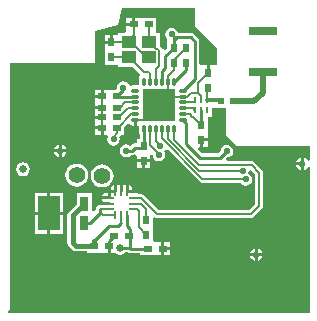
<source format=gtl>
%FSLAX25Y25*%
%MOIN*%
G70*
G01*
G75*
G04 Layer_Physical_Order=1*
G04 Layer_Color=255*
%ADD10R,0.11024X0.11024*%
%ADD11O,0.02953X0.01181*%
%ADD12O,0.01181X0.02953*%
%ADD13R,0.02362X0.01969*%
%ADD14R,0.02500X0.02000*%
%ADD15R,0.02000X0.02500*%
%ADD16R,0.00984X0.02165*%
G04:AMPARAMS|DCode=17|XSize=7.87mil|YSize=23.62mil|CornerRadius=0mil|HoleSize=0mil|Usage=FLASHONLY|Rotation=180.000|XOffset=0mil|YOffset=0mil|HoleType=Round|Shape=Octagon|*
%AMOCTAGOND17*
4,1,8,0.00197,-0.01181,-0.00197,-0.01181,-0.00394,-0.00984,-0.00394,0.00984,-0.00197,0.01181,0.00197,0.01181,0.00394,0.00984,0.00394,-0.00984,0.00197,-0.01181,0.0*
%
%ADD17OCTAGOND17*%

%ADD18O,0.00787X0.02756*%
G04:AMPARAMS|DCode=19|XSize=7.87mil|YSize=23.62mil|CornerRadius=0mil|HoleSize=0mil|Usage=FLASHONLY|Rotation=90.000|XOffset=0mil|YOffset=0mil|HoleType=Round|Shape=Octagon|*
%AMOCTAGOND19*
4,1,8,-0.01181,-0.00197,-0.01181,0.00197,-0.00984,0.00394,0.00984,0.00394,0.01181,0.00197,0.01181,-0.00197,0.00984,-0.00394,-0.00984,-0.00394,-0.01181,-0.00197,0.0*
%
%ADD19OCTAGOND19*%

G04:AMPARAMS|DCode=20|XSize=7.87mil|YSize=27.56mil|CornerRadius=1.97mil|HoleSize=0mil|Usage=FLASHONLY|Rotation=90.000|XOffset=0mil|YOffset=0mil|HoleType=Round|Shape=RoundedRectangle|*
%AMROUNDEDRECTD20*
21,1,0.00787,0.02362,0,0,90.0*
21,1,0.00394,0.02756,0,0,90.0*
1,1,0.00394,0.01181,0.00197*
1,1,0.00394,0.01181,-0.00197*
1,1,0.00394,-0.01181,-0.00197*
1,1,0.00394,-0.01181,0.00197*
%
%ADD20ROUNDEDRECTD20*%
%ADD21O,0.02756X0.00787*%
%ADD22R,0.04724X0.03937*%
%ADD23R,0.04724X0.03937*%
%ADD24R,0.09449X0.02953*%
%ADD25R,0.07205X0.11260*%
%ADD26R,0.02874X0.04961*%
%ADD27C,0.01000*%
%ADD28C,0.00600*%
%ADD29C,0.00800*%
%ADD30C,0.01200*%
%ADD31C,0.00900*%
%ADD32C,0.02000*%
%ADD33C,0.01500*%
%ADD34C,0.02500*%
%ADD35C,0.05600*%
%ADD36C,0.02200*%
G36*
X616900Y221000D02*
X616900Y221000D01*
X616900Y221000D01*
X617000Y220900D01*
Y214700D01*
X617200D01*
X624200Y207700D01*
Y201850D01*
X623600D01*
Y201850D01*
X621900D01*
Y199399D01*
X620900D01*
Y201850D01*
X619200D01*
Y201850D01*
X618995D01*
X618429Y202416D01*
Y209800D01*
X618313Y210385D01*
X617981Y210881D01*
X616581Y212281D01*
X616085Y212613D01*
X615500Y212729D01*
X611236D01*
X611178Y213019D01*
X610714Y213714D01*
X610019Y214178D01*
X609200Y214341D01*
X608381Y214178D01*
X607686Y213714D01*
X607222Y213019D01*
X607059Y212200D01*
X607222Y211381D01*
X607686Y210686D01*
X607700Y210677D01*
X607600Y210150D01*
X607600Y210150D01*
Y207663D01*
X606963Y207026D01*
X606198Y207258D01*
X606180Y207348D01*
X605892Y207779D01*
X605365Y208306D01*
X605255Y208379D01*
Y212787D01*
X603950D01*
Y213300D01*
X603950D01*
Y217700D01*
X599516D01*
Y217700D01*
X599516Y217700D01*
X599050Y217700D01*
X599000D01*
X598950D01*
X598484Y217700D01*
X598484Y217700D01*
Y217700D01*
X597000D01*
Y215499D01*
X596501D01*
Y215000D01*
X594050D01*
Y213352D01*
X594050D01*
X594050Y213352D01*
X594050Y213300D01*
X593537Y212787D01*
X591438D01*
Y211950D01*
X591438D01*
X591200D01*
X590872Y211950D01*
X590872Y211950D01*
Y211950D01*
X589500D01*
Y209499D01*
X589001D01*
Y209000D01*
X586800D01*
Y207516D01*
X586800D01*
X586800Y207516D01*
X586800Y207050D01*
Y206950D01*
D01*
D01*
X586800D01*
Y202050D01*
X591200D01*
D01*
X591200D01*
X591438Y201812D01*
Y201331D01*
X596294D01*
X598813Y198812D01*
X598788Y198551D01*
X598392Y197959D01*
X598253Y197260D01*
Y195488D01*
Y195488D01*
X598290Y195214D01*
X598012Y195247D01*
X598012Y195247D01*
Y195247D01*
X596240D01*
X595541Y195108D01*
X595467Y195058D01*
X595078Y195219D01*
X594614Y195914D01*
X593919Y196378D01*
X593100Y196541D01*
X592281Y196378D01*
X591586Y195914D01*
X591122Y195219D01*
X590959Y194400D01*
X590975Y194318D01*
X590468Y193700D01*
X588550D01*
D01*
D01*
X588550Y193700D01*
X588450D01*
Y193700D01*
X586500D01*
Y191499D01*
X586001D01*
Y191000D01*
X583550D01*
Y189300D01*
Y188300D01*
X586001D01*
Y187300D01*
X583550D01*
Y185600D01*
Y185000D01*
X586001D01*
Y184000D01*
X583550D01*
Y182300D01*
Y181500D01*
X586001D01*
Y181001D01*
X586500D01*
Y178800D01*
X587495D01*
X587872Y178094D01*
X587822Y178019D01*
X587659Y177200D01*
X587822Y176381D01*
X588286Y175686D01*
X588981Y175222D01*
X589800Y175059D01*
X590619Y175222D01*
X591314Y175686D01*
X591778Y176381D01*
X591941Y177200D01*
X591778Y178019D01*
X591704Y178130D01*
X591937Y178363D01*
X592225Y178793D01*
X592226Y178800D01*
X593450D01*
Y181368D01*
X594422Y182340D01*
X594949Y182288D01*
X595541Y181892D01*
X596240Y181753D01*
X596626D01*
Y183580D01*
X597626D01*
Y181753D01*
X598012D01*
X598012D01*
X598286Y181790D01*
X598253Y181512D01*
X598253Y181512D01*
X598253D01*
Y179740D01*
X598392Y179042D01*
X598471Y178924D01*
Y177450D01*
X597600D01*
Y175929D01*
X596800D01*
X596215Y175813D01*
X595719Y175481D01*
X595336Y175099D01*
X594919Y175378D01*
X594100Y175541D01*
X593281Y175378D01*
X592586Y174914D01*
X592122Y174219D01*
X591959Y173400D01*
X592122Y172581D01*
X592586Y171886D01*
X593281Y171422D01*
X594100Y171259D01*
X594919Y171422D01*
X595591Y171871D01*
X595800D01*
X596385Y171987D01*
X596881Y172319D01*
X597600Y171600D01*
Y170500D01*
X602000D01*
Y171834D01*
X602796Y171913D01*
X602922Y171281D01*
X603386Y170586D01*
X604081Y170122D01*
X604900Y169959D01*
X605719Y170122D01*
X606414Y170586D01*
X606878Y171281D01*
X607041Y172100D01*
X606878Y172919D01*
X606643Y173272D01*
X606814Y173386D01*
X607035Y173716D01*
X607831Y173795D01*
X618468Y163157D01*
X618898Y162870D01*
X619406Y162769D01*
X630558D01*
X630698Y162675D01*
X631205Y162575D01*
X632260D01*
X632386Y162386D01*
X633081Y161922D01*
X633900Y161759D01*
X634719Y161922D01*
X635414Y162386D01*
X635878Y163081D01*
X636041Y163900D01*
X635878Y164719D01*
X635414Y165414D01*
X634788Y165832D01*
X634941Y166600D01*
X634941Y166602D01*
X635646Y166979D01*
X637075Y165551D01*
Y155649D01*
X635051Y153626D01*
X604849D01*
X599781Y158694D01*
X599351Y158981D01*
X598844Y159082D01*
X598109D01*
X597840Y159350D01*
X595931D01*
Y159350D01*
X594672D01*
X594497Y159176D01*
X594336D01*
Y159675D01*
X593837D01*
Y162057D01*
X593540D01*
X593383Y161899D01*
X592990Y162161D01*
X592869Y162185D01*
Y159675D01*
X591868D01*
Y162185D01*
X591747Y162161D01*
X591355Y161899D01*
X591197Y162057D01*
X590900D01*
Y159675D01*
X590401D01*
Y159176D01*
X588981D01*
Y157755D01*
X588482D01*
Y157256D01*
X586100D01*
Y156959D01*
X586257Y156802D01*
X585995Y156410D01*
X585971Y156288D01*
X588482D01*
Y155413D01*
X586896D01*
X586771Y155288D01*
X585971D01*
X585871Y155788D01*
X585427Y155343D01*
X585400Y155349D01*
X584815Y155232D01*
X584319Y154901D01*
X583987Y154405D01*
X583871Y153819D01*
Y153596D01*
X583205Y153151D01*
X582737Y153345D01*
Y159430D01*
X577463D01*
Y155636D01*
X574938Y153111D01*
X574551Y152532D01*
X574416Y151850D01*
Y142800D01*
X574416Y142800D01*
X574416D01*
X574551Y142117D01*
X574938Y141538D01*
X576038Y140438D01*
X576038Y140438D01*
X576617Y140051D01*
X577300Y139916D01*
X580950D01*
Y139300D01*
X585850D01*
Y139300D01*
X585850D01*
X585850Y139300D01*
X585950D01*
Y139300D01*
X587900D01*
Y141501D01*
X588900D01*
Y139300D01*
X590644D01*
X591122Y138980D01*
X592000Y138806D01*
X592878Y138980D01*
X593622Y139478D01*
X593684Y139571D01*
X594740D01*
X595015Y139387D01*
X595112Y139368D01*
X595600Y139271D01*
X598750D01*
Y138600D01*
X603650D01*
X603650Y138600D01*
Y138600D01*
X603650D01*
X603750D01*
X604216Y138600D01*
X604216Y138600D01*
Y138600D01*
X605700D01*
Y140799D01*
Y143000D01*
X604216D01*
Y143000D01*
X604216Y143000D01*
X603750Y143000D01*
X603700D01*
X603650D01*
X603466D01*
X602900Y143566D01*
Y147850D01*
D01*
Y147850D01*
X602900Y147850D01*
Y147950D01*
X602900D01*
Y150823D01*
X603606Y151200D01*
X603793Y151075D01*
X604300Y150975D01*
X635600D01*
X636107Y151075D01*
X636537Y151363D01*
X636537Y151363D01*
X636537Y151363D01*
X639337Y154163D01*
X639625Y154593D01*
X639725Y155100D01*
Y166100D01*
X639725Y166100D01*
X639625Y166607D01*
X639337Y167037D01*
X636737Y169637D01*
X636307Y169925D01*
X635800Y170026D01*
X627534D01*
X627227Y170765D01*
X627627Y171164D01*
X628419Y171322D01*
X629114Y171786D01*
X629578Y172481D01*
X629741Y173300D01*
X629578Y174119D01*
X629114Y174814D01*
X628419Y175278D01*
X627600Y175441D01*
X626781Y175278D01*
X626086Y174814D01*
X625622Y174119D01*
X625464Y173327D01*
X624667Y172529D01*
X619134D01*
X617852Y173811D01*
X618158Y174550D01*
X618500D01*
Y177001D01*
X618999D01*
Y177500D01*
X621200D01*
Y179450D01*
D01*
Y179450D01*
X621200Y179450D01*
Y179550D01*
X621200D01*
Y184450D01*
D01*
Y184450D01*
X621321Y184571D01*
X622592D01*
Y187816D01*
X623150D01*
Y187816D01*
X627200D01*
Y178700D01*
X630867Y175033D01*
X655316D01*
Y170342D01*
X654551Y170110D01*
X654214Y170614D01*
X653519Y171078D01*
X653200Y171142D01*
Y169099D01*
Y167058D01*
X653519Y167122D01*
X654214Y167586D01*
X654551Y168090D01*
X655316Y167858D01*
Y119200D01*
X554780D01*
X554484Y119943D01*
X555184Y120606D01*
Y202600D01*
X583500D01*
X583700Y213200D01*
X591200Y215200D01*
X592464Y221100D01*
X616859D01*
X616900Y221000D01*
D02*
G37*
%LPC*%
G36*
X573091Y159430D02*
X568789D01*
Y153100D01*
X573091D01*
Y159430D01*
D02*
G37*
G36*
Y152100D02*
X568789D01*
Y145770D01*
X573091D01*
Y152100D01*
D02*
G37*
G36*
X567789Y159430D02*
X563487D01*
Y153100D01*
X567789D01*
Y159430D01*
D02*
G37*
G36*
X587981Y159350D02*
X586897D01*
X586100Y158553D01*
Y158256D01*
X587981D01*
Y159350D01*
D02*
G37*
G36*
X586000Y168933D02*
X585008Y168802D01*
X584084Y168419D01*
X583290Y167810D01*
X582681Y167016D01*
X582298Y166092D01*
X582167Y165100D01*
X582298Y164108D01*
X582681Y163184D01*
X583290Y162390D01*
X584084Y161781D01*
X585008Y161398D01*
X586000Y161267D01*
X586992Y161398D01*
X587916Y161781D01*
X588710Y162390D01*
X589319Y163184D01*
X589702Y164108D01*
X589833Y165100D01*
X589702Y166092D01*
X589319Y167016D01*
X588710Y167810D01*
X587916Y168419D01*
X586992Y168802D01*
X586000Y168933D01*
D02*
G37*
G36*
X595134Y162057D02*
X594837D01*
Y160176D01*
X595931D01*
Y161260D01*
X595134Y162057D01*
D02*
G37*
G36*
X589900D02*
X589603D01*
X588806Y161260D01*
Y160176D01*
X589900D01*
Y162057D01*
D02*
G37*
G36*
X608650Y140300D02*
X606700D01*
Y138600D01*
X608650D01*
Y140300D01*
D02*
G37*
G36*
X639442Y138300D02*
X637900D01*
Y136758D01*
X638219Y136822D01*
X638914Y137286D01*
X639378Y137981D01*
X639442Y138300D01*
D02*
G37*
G36*
X636900D02*
X635358D01*
X635422Y137981D01*
X635886Y137286D01*
X636581Y136822D01*
X636900Y136758D01*
Y138300D01*
D02*
G37*
G36*
Y140842D02*
X636581Y140778D01*
X635886Y140314D01*
X635422Y139619D01*
X635358Y139300D01*
X636900D01*
Y140842D01*
D02*
G37*
G36*
X567789Y152100D02*
X563487D01*
Y145770D01*
X567789D01*
Y152100D01*
D02*
G37*
G36*
X608650Y143000D02*
X606700D01*
Y141300D01*
X608650D01*
Y143000D01*
D02*
G37*
G36*
X637900Y140842D02*
Y139300D01*
X639442D01*
X639378Y139619D01*
X638914Y140314D01*
X638219Y140778D01*
X637900Y140842D01*
D02*
G37*
G36*
X577500Y169033D02*
X576508Y168902D01*
X575584Y168519D01*
X574790Y167910D01*
X574181Y167116D01*
X573798Y166192D01*
X573667Y165200D01*
X573798Y164208D01*
X574181Y163284D01*
X574790Y162490D01*
X575584Y161881D01*
X576508Y161498D01*
X577500Y161367D01*
X578492Y161498D01*
X579416Y161881D01*
X580210Y162490D01*
X580819Y163284D01*
X581202Y164208D01*
X581333Y165200D01*
X581202Y166192D01*
X580819Y167116D01*
X580210Y167910D01*
X579416Y168519D01*
X578492Y168902D01*
X577500Y169033D01*
D02*
G37*
G36*
X621200Y176500D02*
X619500D01*
Y174550D01*
X621200D01*
Y176500D01*
D02*
G37*
G36*
X572581Y175442D02*
Y173900D01*
X574123D01*
X574059Y174219D01*
X573595Y174914D01*
X572900Y175378D01*
X572581Y175442D01*
D02*
G37*
G36*
X571581D02*
X571262Y175378D01*
X570567Y174914D01*
X570103Y174219D01*
X570039Y173900D01*
X571581D01*
Y175442D01*
D02*
G37*
G36*
X585500Y180500D02*
X583550D01*
Y178800D01*
X585500D01*
Y180500D01*
D02*
G37*
G36*
X596000Y217700D02*
X594050D01*
Y216000D01*
X596000D01*
Y217700D01*
D02*
G37*
G36*
X588500Y211950D02*
X586800D01*
Y210000D01*
X588500D01*
Y211950D01*
D02*
G37*
G36*
X585500Y193700D02*
X583550D01*
Y192000D01*
X585500D01*
Y193700D01*
D02*
G37*
G36*
X599300Y169500D02*
X597600D01*
Y167550D01*
X599300D01*
Y169500D01*
D02*
G37*
G36*
X652200Y168600D02*
X650658D01*
X650722Y168281D01*
X651186Y167586D01*
X651881Y167122D01*
X652200Y167058D01*
Y168600D01*
D02*
G37*
G36*
X559600Y169494D02*
X558722Y169319D01*
X557978Y168822D01*
X557481Y168078D01*
X557306Y167200D01*
X557481Y166322D01*
X557978Y165578D01*
X558722Y165080D01*
X559600Y164906D01*
X560478Y165080D01*
X561222Y165578D01*
X561719Y166322D01*
X561894Y167200D01*
X561719Y168078D01*
X561222Y168822D01*
X560478Y169319D01*
X559600Y169494D01*
D02*
G37*
G36*
X602000Y169500D02*
X600300D01*
Y167550D01*
X602000D01*
Y169500D01*
D02*
G37*
G36*
X574123Y172900D02*
X572581D01*
Y171358D01*
X572900Y171422D01*
X573595Y171886D01*
X574059Y172581D01*
X574123Y172900D01*
D02*
G37*
G36*
X571581D02*
X570039D01*
X570103Y172581D01*
X570567Y171886D01*
X571262Y171422D01*
X571581Y171358D01*
Y172900D01*
D02*
G37*
G36*
X652200Y171142D02*
X651881Y171078D01*
X651186Y170614D01*
X650722Y169919D01*
X650658Y169600D01*
X652200D01*
Y171142D01*
D02*
G37*
%LPD*%
D10*
X605000Y188500D02*
D03*
D11*
X597126Y191453D02*
D03*
Y189484D02*
D03*
Y187516D02*
D03*
Y185547D02*
D03*
Y183579D02*
D03*
X612874Y185547D02*
D03*
Y187516D02*
D03*
Y189484D02*
D03*
Y191453D02*
D03*
Y193421D02*
D03*
X597126D02*
D03*
X612874Y183579D02*
D03*
D12*
X600079Y180626D02*
D03*
X609921Y196374D02*
D03*
X607953D02*
D03*
X605984D02*
D03*
X604016D02*
D03*
X602047D02*
D03*
Y180626D02*
D03*
X604016D02*
D03*
X605984D02*
D03*
X607953D02*
D03*
X609921D02*
D03*
X600079Y196374D02*
D03*
D13*
X625531Y190000D02*
D03*
X629468D02*
D03*
D14*
X595100Y145000D02*
D03*
X590100D02*
D03*
X591000Y181000D02*
D03*
X586000D02*
D03*
Y184500D02*
D03*
X591000D02*
D03*
Y187800D02*
D03*
X586000D02*
D03*
Y191500D02*
D03*
X591000D02*
D03*
X601500Y215500D02*
D03*
X596500D02*
D03*
X601200Y140800D02*
D03*
X606200D02*
D03*
X583400Y141500D02*
D03*
X588400D02*
D03*
D15*
X600700Y150400D02*
D03*
Y145400D02*
D03*
X613800Y207500D02*
D03*
Y202500D02*
D03*
X619000Y177000D02*
D03*
Y182000D02*
D03*
X621400Y194400D02*
D03*
Y199400D02*
D03*
X609800Y202700D02*
D03*
Y207700D02*
D03*
X589000Y209500D02*
D03*
Y204500D02*
D03*
X599800Y175000D02*
D03*
Y170000D02*
D03*
D16*
X620900Y190200D02*
D03*
X618931D02*
D03*
X616963D02*
D03*
X620900Y186854D02*
D03*
X618931D02*
D03*
X616963D02*
D03*
D17*
X590400Y151900D02*
D03*
X594337D02*
D03*
Y159676D02*
D03*
X590400D02*
D03*
D18*
X592369Y151900D02*
D03*
Y159676D02*
D03*
D19*
X596256Y153819D02*
D03*
Y157756D02*
D03*
X588481D02*
D03*
Y153819D02*
D03*
D20*
X596256Y155788D02*
D03*
D21*
X588481D02*
D03*
D22*
X595000Y209618D02*
D03*
X601693D02*
D03*
Y204500D02*
D03*
D23*
X595000D02*
D03*
D24*
X639472Y199800D02*
D03*
Y213383D02*
D03*
D25*
X568289Y152600D02*
D03*
D26*
X580100Y149450D02*
D03*
Y155750D02*
D03*
D27*
X588300Y140600D02*
Y143200D01*
X600000Y175000D02*
Y180547D01*
X599400Y174400D02*
X600000Y175000D01*
X595300Y141100D02*
Y147300D01*
X592000Y141100D02*
X595300D01*
X591047Y191453D02*
X597126D01*
X591000Y191500D02*
X591047Y191453D01*
X600000Y180547D02*
X600079Y180626D01*
X596800Y174400D02*
X599400D01*
X594100Y173400D02*
X595800D01*
X596800Y174400D01*
X585400Y152800D02*
Y153819D01*
X594337Y148263D02*
X595300Y147300D01*
X605984Y196374D02*
Y200070D01*
X607000Y201086D01*
Y204900D01*
X609800Y207700D01*
X609200Y212200D02*
X609800Y211600D01*
X610900Y211200D02*
X615500D01*
X616900Y209800D01*
Y197447D02*
Y209800D01*
X612874Y193421D02*
X616900Y197447D01*
X609800Y207700D02*
Y210100D01*
Y211600D01*
Y210100D02*
X610900Y211200D01*
X609921Y196374D02*
X613800Y200253D01*
Y202500D01*
X612874Y183579D02*
X613800Y182653D01*
Y175700D02*
Y182653D01*
Y175700D02*
X618500Y171000D01*
X618931Y182069D02*
Y186854D01*
X618500Y171000D02*
X625300D01*
X627600Y173300D01*
X591400Y148200D02*
X592369Y149169D01*
X595600Y140800D02*
X601200D01*
X595300Y141100D02*
X595600Y140800D01*
X593100Y193600D02*
Y194400D01*
X591000Y191500D02*
X593100Y193600D01*
X583200Y143229D02*
X588171Y148200D01*
X591400D01*
X580100Y149450D02*
X582050D01*
X585400Y152800D01*
X588300Y143200D02*
X590100Y145000D01*
D28*
X602047Y175353D02*
X605300Y172100D01*
X604016Y176484D02*
X605600Y174900D01*
X609921Y177079D02*
X618300Y168700D01*
X589000Y209500D02*
X594882D01*
X595000Y209618D01*
Y210500D01*
X596500Y212000D01*
Y215500D01*
X601500Y209811D02*
Y215500D01*
X603942Y207368D02*
X604428D01*
X604955Y206841D01*
Y201631D02*
Y206841D01*
X604016Y200692D02*
X604955Y201631D01*
X604016Y196374D02*
Y200692D01*
X601500Y209811D02*
X601693Y209618D01*
X589000Y204500D02*
X595000D01*
X600000Y199500D01*
X601500D01*
X602047Y198953D01*
Y196374D02*
Y198953D01*
X600603Y204500D02*
X601693D01*
X595000Y209618D02*
X595485D01*
X600603Y204500D01*
X600079Y183579D02*
X605000Y188500D01*
X591000Y184500D02*
X591550D01*
X594550Y187500D01*
X595500D01*
X595516Y187516D01*
X597126D01*
X595755Y185547D02*
X597126D01*
X591208Y181000D02*
X595755Y185547D01*
X591000Y181000D02*
X591208D01*
X616547Y189484D02*
X617063Y190000D01*
X605984Y177516D02*
Y180626D01*
Y177516D02*
X619406Y164094D01*
X628800D01*
X604016Y176484D02*
Y180626D01*
X590200Y180200D02*
X591000Y181000D01*
X602047Y175353D02*
Y180626D01*
X591000Y179300D02*
Y181000D01*
X596256Y157756D02*
X598844D01*
X585400Y153819D02*
X588481D01*
X586300Y151900D02*
X590400D01*
X585400Y152800D02*
X586300Y151900D01*
X596256Y155788D02*
X598812D01*
X600700Y153900D01*
Y150400D02*
Y153900D01*
X598200Y147900D02*
X600700Y145400D01*
X598200Y147900D02*
Y153400D01*
X597781Y153819D02*
X598200Y153400D01*
X596256Y153819D02*
X597781D01*
X601693Y209618D02*
X603942Y207368D01*
X607953Y177247D02*
Y180626D01*
Y177247D02*
X618400Y166800D01*
X632800D01*
X609921Y177079D02*
Y180626D01*
X635800Y168700D02*
X638400Y166100D01*
X618300Y168700D02*
X635800D01*
X591000Y187800D02*
X592100D01*
X593784Y189484D01*
X597126D01*
X589200Y177200D02*
X589800Y177800D01*
Y178100D01*
X591000Y179300D01*
X628800Y164094D02*
X631011D01*
X598844Y157756D02*
X604300Y152300D01*
X635600D01*
X638400Y155100D02*
Y166100D01*
X635600Y152300D02*
X638400Y155100D01*
X605300Y174900D02*
X605600D01*
X604900Y172100D02*
X605300D01*
X631205Y163900D02*
X633900D01*
X631011Y164094D02*
X631205Y163900D01*
D29*
X597126Y183579D02*
X600079D01*
X607953Y191453D02*
Y196374D01*
Y191453D02*
X612874D01*
Y189484D02*
X616547D01*
X612874Y187516D02*
X616201D01*
X617063Y186653D01*
X612874Y185547D02*
X615280D01*
X612874Y191453D02*
X614453D01*
X615600Y192600D01*
X618000D01*
X618931Y191668D01*
Y190200D02*
Y191668D01*
X620900Y193900D02*
X621400Y194400D01*
X618000Y196000D02*
X621400Y199400D01*
X618000Y192600D02*
Y196000D01*
X586000Y181000D02*
Y184500D01*
Y187800D01*
Y191500D01*
X592369Y149169D02*
Y151900D01*
X607953Y196374D02*
Y198353D01*
X609800Y200200D01*
Y202700D01*
X615280Y185547D02*
X616057Y184771D01*
X616229D01*
X620900Y190200D02*
Y193900D01*
X616229Y184771D02*
X618931Y182069D01*
X609800Y202700D02*
Y203500D01*
X613800Y207500D01*
D30*
X620900Y190200D02*
X625331D01*
X625531Y190000D01*
D31*
X594337Y148263D02*
Y151900D01*
D32*
X629468Y190000D02*
X636700D01*
X639472Y192772D01*
Y199800D01*
D33*
X583200Y141700D02*
Y143229D01*
X577300Y141700D02*
X583200D01*
X576200Y142800D02*
X577300Y141700D01*
X576200Y142800D02*
Y151850D01*
X580100Y155750D01*
D34*
X559600Y167200D02*
D03*
X592000Y141100D02*
D03*
D35*
X586000Y165100D02*
D03*
X577500Y165200D02*
D03*
D36*
X594100Y173400D02*
D03*
X609200Y212200D02*
D03*
X589800Y177200D02*
D03*
X632800Y166600D02*
D03*
X627600Y173300D02*
D03*
X637400Y138800D02*
D03*
X652700Y169100D02*
D03*
X593100Y194400D02*
D03*
X572081Y173400D02*
D03*
X605300Y174900D02*
D03*
X604900Y172100D02*
D03*
X633900Y163900D02*
D03*
M02*

</source>
